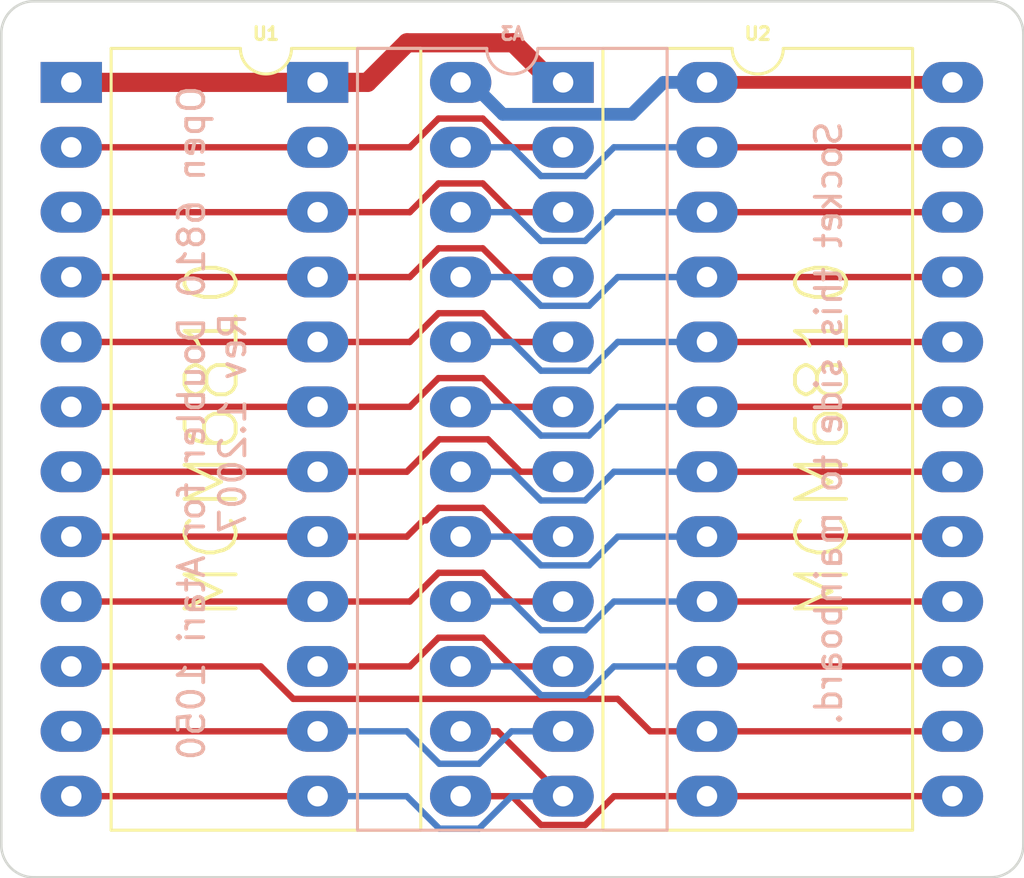
<source format=kicad_pcb>
(kicad_pcb (version 20171130) (host pcbnew "(5.1.5)-3")

  (general
    (thickness 1.6)
    (drawings 10)
    (tracks 149)
    (zones 0)
    (modules 3)
    (nets 25)
  )

  (page A4)
  (title_block
    (title "Open 6810 Doubler for Atari 1050")
    (date 2020-02-21)
    (rev "Rev 1.2007")
    (comment 1 http://blog.3b2.sk/igi/post/Atari-1050-ICD-US-doubler.aspx)
    (comment 2 "Based on work by Igor Gramblička, per blog posts here:")
    (comment 4 "SRAM 128- to 256-byte expansion for the Atari 1050 Disk Drive")
  )

  (layers
    (0 F.Cu signal)
    (31 B.Cu signal)
    (32 B.Adhes user)
    (33 F.Adhes user)
    (34 B.Paste user)
    (35 F.Paste user)
    (36 B.SilkS user)
    (37 F.SilkS user)
    (38 B.Mask user)
    (39 F.Mask user)
    (40 Dwgs.User user)
    (41 Cmts.User user)
    (42 Eco1.User user)
    (43 Eco2.User user)
    (44 Edge.Cuts user)
    (45 Margin user)
    (46 B.CrtYd user)
    (47 F.CrtYd user)
    (48 B.Fab user)
    (49 F.Fab user)
  )

  (setup
    (last_trace_width 0.25)
    (trace_clearance 0.2)
    (zone_clearance 0.508)
    (zone_45_only no)
    (trace_min 0.2)
    (via_size 0.8)
    (via_drill 0.4)
    (via_min_size 0.4)
    (via_min_drill 0.3)
    (uvia_size 0.3)
    (uvia_drill 0.1)
    (uvias_allowed no)
    (uvia_min_size 0.2)
    (uvia_min_drill 0.1)
    (edge_width 0.05)
    (segment_width 0.2)
    (pcb_text_width 0.3)
    (pcb_text_size 1.5 1.5)
    (mod_edge_width 0.12)
    (mod_text_size 1 1)
    (mod_text_width 0.15)
    (pad_size 1.524 1.524)
    (pad_drill 0.762)
    (pad_to_mask_clearance 0.051)
    (solder_mask_min_width 0.25)
    (aux_axis_origin 0 0)
    (visible_elements 7FFFFFFF)
    (pcbplotparams
      (layerselection 0x010fc_ffffffff)
      (usegerberextensions false)
      (usegerberattributes false)
      (usegerberadvancedattributes false)
      (creategerberjobfile false)
      (excludeedgelayer true)
      (linewidth 0.100000)
      (plotframeref false)
      (viasonmask false)
      (mode 1)
      (useauxorigin false)
      (hpglpennumber 1)
      (hpglpenspeed 20)
      (hpglpendiameter 15.000000)
      (psnegative false)
      (psa4output false)
      (plotreference true)
      (plotvalue true)
      (plotinvisibletext false)
      (padsonsilk false)
      (subtractmaskfromsilk false)
      (outputformat 1)
      (mirror false)
      (drillshape 1)
      (scaleselection 1)
      (outputdirectory ""))
  )

  (net 0 "")
  (net 1 /VCC)
  (net 2 /~cs2)
  (net 3 /a0)
  (net 4 /~cs1)
  (net 5 /a1)
  (net 6 /cs0)
  (net 7 /a2)
  (net 8 /d7)
  (net 9 /a3)
  (net 10 /d6)
  (net 11 /a4)
  (net 12 /d5)
  (net 13 /a5)
  (net 14 /d4)
  (net 15 /a6)
  (net 16 /d3)
  (net 17 /~we)
  (net 18 /d2)
  (net 19 /~cs5)
  (net 20 /d1)
  (net 21 /~cs4)
  (net 22 /d0)
  (net 23 /cs3)
  (net 24 /GND)

  (net_class Default "This is the default net class."
    (clearance 0.2)
    (trace_width 0.25)
    (via_dia 0.8)
    (via_drill 0.4)
    (uvia_dia 0.3)
    (uvia_drill 0.1)
    (add_net /a0)
    (add_net /a1)
    (add_net /a2)
    (add_net /a3)
    (add_net /a4)
    (add_net /a5)
    (add_net /a6)
    (add_net /cs0)
    (add_net /cs3)
    (add_net /d0)
    (add_net /d1)
    (add_net /d2)
    (add_net /d3)
    (add_net /d4)
    (add_net /d5)
    (add_net /d6)
    (add_net /d7)
    (add_net /~cs1)
    (add_net /~cs2)
    (add_net /~cs4)
    (add_net /~cs5)
    (add_net /~we)
  )

  (net_class GND ""
    (clearance 0.2)
    (trace_width 0.75)
    (via_dia 0.8)
    (via_drill 0.4)
    (uvia_dia 0.3)
    (uvia_drill 0.1)
    (add_net /GND)
  )

  (net_class VCC ""
    (clearance 0.2)
    (trace_width 0.5)
    (via_dia 0.8)
    (via_drill 0.4)
    (uvia_dia 0.3)
    (uvia_drill 0.1)
    (add_net /VCC)
  )

  (module Package_DIP:DIP-24_W15.24mm_LongPads (layer F.Cu) (tedit 5E503F59) (tstamp 5E509266)
    (at 147.0025 86.36)
    (descr "24-lead though-hole mounted DIP package, row spacing 15.24 mm (600 mils), LongPads")
    (tags "THT DIP DIL PDIP 2.54mm 15.24mm 600mil LongPads")
    (path /5E55E339)
    (fp_text reference A3 (at 7.62 -1.905) (layer B.SilkS)
      (effects (font (size 0.5 0.5) (thickness 0.125)) (justify mirror))
    )
    (fp_text value MCM6810_Driver (at 7.62 30.27) (layer B.Fab)
      (effects (font (size 1 1) (thickness 0.15)) (justify mirror))
    )
    (fp_text user %R (at 7.62 13.97) (layer B.Fab)
      (effects (font (size 1 1) (thickness 0.15)) (justify mirror))
    )
    (fp_line (start 16.7 29.5) (end -1.5 29.5) (layer B.CrtYd) (width 0.05))
    (fp_line (start 16.7 -1.55) (end 16.7 29.5) (layer B.CrtYd) (width 0.05))
    (fp_line (start -1.5 -1.55) (end 16.7 -1.55) (layer B.CrtYd) (width 0.05))
    (fp_line (start -1.5 29.5) (end -1.5 -1.55) (layer B.CrtYd) (width 0.05))
    (fp_line (start 13.68 -1.33) (end 8.62 -1.33) (layer B.SilkS) (width 0.12))
    (fp_line (start 13.68 29.27) (end 13.68 -1.33) (layer B.SilkS) (width 0.12))
    (fp_line (start 1.56 29.27) (end 13.68 29.27) (layer B.SilkS) (width 0.12))
    (fp_line (start 1.56 -1.33) (end 1.56 29.27) (layer B.SilkS) (width 0.12))
    (fp_line (start 6.62 -1.33) (end 1.56 -1.33) (layer B.SilkS) (width 0.12))
    (fp_arc (start 7.62 -1.33) (end 6.62 -1.33) (angle -180) (layer B.SilkS) (width 0.12))
    (pad 24 thru_hole oval (at 15.24 0) (size 2.4 1.6) (drill 0.8) (layers *.Cu *.Mask)
      (net 1 /VCC))
    (pad 12 thru_hole oval (at 0 27.94) (size 2.4 1.6) (drill 0.8) (layers *.Cu *.Mask)
      (net 2 /~cs2))
    (pad 23 thru_hole oval (at 15.24 2.54) (size 2.4 1.6) (drill 0.8) (layers *.Cu *.Mask)
      (net 3 /a0))
    (pad 11 thru_hole oval (at 0 25.4) (size 2.4 1.6) (drill 0.8) (layers *.Cu *.Mask)
      (net 4 /~cs1))
    (pad 22 thru_hole oval (at 15.24 5.08) (size 2.4 1.6) (drill 0.8) (layers *.Cu *.Mask)
      (net 5 /a1))
    (pad 10 thru_hole oval (at 0 22.86) (size 2.4 1.6) (drill 0.8) (layers *.Cu *.Mask)
      (net 6 /cs0))
    (pad 21 thru_hole oval (at 15.24 7.62) (size 2.4 1.6) (drill 0.8) (layers *.Cu *.Mask)
      (net 7 /a2))
    (pad 9 thru_hole oval (at 0 20.32) (size 2.4 1.6) (drill 0.8) (layers *.Cu *.Mask)
      (net 8 /d7))
    (pad 20 thru_hole oval (at 15.24 10.16) (size 2.4 1.6) (drill 0.8) (layers *.Cu *.Mask)
      (net 9 /a3))
    (pad 8 thru_hole oval (at 0 17.78) (size 2.4 1.6) (drill 0.8) (layers *.Cu *.Mask)
      (net 10 /d6))
    (pad 19 thru_hole oval (at 15.24 12.7) (size 2.4 1.6) (drill 0.8) (layers *.Cu *.Mask)
      (net 11 /a4))
    (pad 7 thru_hole oval (at 0 15.24) (size 2.4 1.6) (drill 0.8) (layers *.Cu *.Mask)
      (net 12 /d5))
    (pad 18 thru_hole oval (at 15.24 15.24) (size 2.4 1.6) (drill 0.8) (layers *.Cu *.Mask)
      (net 13 /a5))
    (pad 6 thru_hole oval (at 0 12.7) (size 2.4 1.6) (drill 0.8) (layers *.Cu *.Mask)
      (net 14 /d4))
    (pad 17 thru_hole oval (at 15.24 17.78) (size 2.4 1.6) (drill 0.8) (layers *.Cu *.Mask)
      (net 15 /a6))
    (pad 5 thru_hole oval (at 0 10.16) (size 2.4 1.6) (drill 0.8) (layers *.Cu *.Mask)
      (net 16 /d3))
    (pad 16 thru_hole oval (at 15.24 20.32) (size 2.4 1.6) (drill 0.8) (layers *.Cu *.Mask)
      (net 17 /~we))
    (pad 4 thru_hole oval (at 0 7.62) (size 2.4 1.6) (drill 0.8) (layers *.Cu *.Mask)
      (net 18 /d2))
    (pad 15 thru_hole oval (at 15.24 22.86) (size 2.4 1.6) (drill 0.8) (layers *.Cu *.Mask)
      (net 19 /~cs5))
    (pad 3 thru_hole oval (at 0 5.08) (size 2.4 1.6) (drill 0.8) (layers *.Cu *.Mask)
      (net 20 /d1))
    (pad 14 thru_hole oval (at 15.24 25.4) (size 2.4 1.6) (drill 0.8) (layers *.Cu *.Mask)
      (net 21 /~cs4))
    (pad 2 thru_hole oval (at 0 2.54) (size 2.4 1.6) (drill 0.8) (layers *.Cu *.Mask)
      (net 22 /d0))
    (pad 13 thru_hole oval (at 15.24 27.94) (size 2.4 1.6) (drill 0.8) (layers *.Cu *.Mask)
      (net 23 /cs3))
    (pad 1 thru_hole rect (at 0 0) (size 2.4 1.6) (drill 0.8) (layers *.Cu *.Mask)
      (net 24 /GND))
  )

  (module Package_DIP:DIP-24_W15.24mm_LongPads (layer F.Cu) (tedit 5E503EF5) (tstamp 5E508F5B)
    (at 156.61 86.36)
    (descr "24-lead though-hole mounted DIP package, row spacing 15.24 mm (600 mils), LongPads")
    (tags "THT DIP DIL PDIP 2.54mm 15.24mm 600mil LongPads")
    (path /5E502CCF)
    (fp_text reference U2 (at 7.62 -1.905) (layer F.SilkS)
      (effects (font (size 0.5 0.5) (thickness 0.125)))
    )
    (fp_text value MCM6810 (at 7.62 30.27) (layer F.Fab)
      (effects (font (size 1 1) (thickness 0.15)))
    )
    (fp_text user %R (at 7.62 13.97) (layer F.Fab)
      (effects (font (size 1 1) (thickness 0.15)))
    )
    (fp_line (start 16.7 -1.55) (end -1.5 -1.55) (layer F.CrtYd) (width 0.05))
    (fp_line (start 16.7 29.5) (end 16.7 -1.55) (layer F.CrtYd) (width 0.05))
    (fp_line (start -1.5 29.5) (end 16.7 29.5) (layer F.CrtYd) (width 0.05))
    (fp_line (start -1.5 -1.55) (end -1.5 29.5) (layer F.CrtYd) (width 0.05))
    (fp_line (start 13.68 -1.33) (end 8.62 -1.33) (layer F.SilkS) (width 0.12))
    (fp_line (start 13.68 29.27) (end 13.68 -1.33) (layer F.SilkS) (width 0.12))
    (fp_line (start 1.56 29.27) (end 13.68 29.27) (layer F.SilkS) (width 0.12))
    (fp_line (start 1.56 -1.33) (end 1.56 29.27) (layer F.SilkS) (width 0.12))
    (fp_line (start 6.62 -1.33) (end 1.56 -1.33) (layer F.SilkS) (width 0.12))
    (fp_line (start 0.255 -0.27) (end 1.255 -1.27) (layer F.Fab) (width 0.1))
    (fp_line (start 0.255 29.21) (end 0.255 -0.27) (layer F.Fab) (width 0.1))
    (fp_line (start 14.985 29.21) (end 0.255 29.21) (layer F.Fab) (width 0.1))
    (fp_line (start 14.985 -1.27) (end 14.985 29.21) (layer F.Fab) (width 0.1))
    (fp_line (start 1.255 -1.27) (end 14.985 -1.27) (layer F.Fab) (width 0.1))
    (fp_arc (start 7.62 -1.33) (end 6.62 -1.33) (angle -180) (layer F.SilkS) (width 0.12))
    (fp_text user MCM6810 (at 10.16 13.97 90) (layer F.SilkS)
      (effects (font (size 2 2) (thickness 0.15)))
    )
    (pad 24 thru_hole oval (at 15.24 0) (size 2.4 1.6) (drill 0.8) (layers *.Cu *.Mask)
      (net 1 /VCC))
    (pad 12 thru_hole oval (at 0 27.94) (size 2.4 1.6) (drill 0.8) (layers *.Cu *.Mask)
      (net 2 /~cs2))
    (pad 23 thru_hole oval (at 15.24 2.54) (size 2.4 1.6) (drill 0.8) (layers *.Cu *.Mask)
      (net 3 /a0))
    (pad 11 thru_hole oval (at 0 25.4) (size 2.4 1.6) (drill 0.8) (layers *.Cu *.Mask)
      (net 4 /~cs1))
    (pad 22 thru_hole oval (at 15.24 5.08) (size 2.4 1.6) (drill 0.8) (layers *.Cu *.Mask)
      (net 5 /a1))
    (pad 10 thru_hole oval (at 0 22.86) (size 2.4 1.6) (drill 0.8) (layers *.Cu *.Mask)
      (net 6 /cs0))
    (pad 21 thru_hole oval (at 15.24 7.62) (size 2.4 1.6) (drill 0.8) (layers *.Cu *.Mask)
      (net 7 /a2))
    (pad 9 thru_hole oval (at 0 20.32) (size 2.4 1.6) (drill 0.8) (layers *.Cu *.Mask)
      (net 8 /d7))
    (pad 20 thru_hole oval (at 15.24 10.16) (size 2.4 1.6) (drill 0.8) (layers *.Cu *.Mask)
      (net 9 /a3))
    (pad 8 thru_hole oval (at 0 17.78) (size 2.4 1.6) (drill 0.8) (layers *.Cu *.Mask)
      (net 10 /d6))
    (pad 19 thru_hole oval (at 15.24 12.7) (size 2.4 1.6) (drill 0.8) (layers *.Cu *.Mask)
      (net 11 /a4))
    (pad 7 thru_hole oval (at 0 15.24) (size 2.4 1.6) (drill 0.8) (layers *.Cu *.Mask)
      (net 12 /d5))
    (pad 18 thru_hole oval (at 15.24 15.24) (size 2.4 1.6) (drill 0.8) (layers *.Cu *.Mask)
      (net 13 /a5))
    (pad 6 thru_hole oval (at 0 12.7) (size 2.4 1.6) (drill 0.8) (layers *.Cu *.Mask)
      (net 14 /d4))
    (pad 17 thru_hole oval (at 15.24 17.78) (size 2.4 1.6) (drill 0.8) (layers *.Cu *.Mask)
      (net 15 /a6))
    (pad 5 thru_hole oval (at 0 10.16) (size 2.4 1.6) (drill 0.8) (layers *.Cu *.Mask)
      (net 16 /d3))
    (pad 16 thru_hole oval (at 15.24 20.32) (size 2.4 1.6) (drill 0.8) (layers *.Cu *.Mask)
      (net 17 /~we))
    (pad 4 thru_hole oval (at 0 7.62) (size 2.4 1.6) (drill 0.8) (layers *.Cu *.Mask)
      (net 18 /d2))
    (pad 15 thru_hole oval (at 15.24 22.86) (size 2.4 1.6) (drill 0.8) (layers *.Cu *.Mask)
      (net 19 /~cs5))
    (pad 3 thru_hole oval (at 0 5.08) (size 2.4 1.6) (drill 0.8) (layers *.Cu *.Mask)
      (net 20 /d1))
    (pad 14 thru_hole oval (at 15.24 25.4) (size 2.4 1.6) (drill 0.8) (layers *.Cu *.Mask)
      (net 21 /~cs4))
    (pad 2 thru_hole oval (at 0 2.54) (size 2.4 1.6) (drill 0.8) (layers *.Cu *.Mask)
      (net 22 /d0))
    (pad 13 thru_hole oval (at 15.24 27.94) (size 2.4 1.6) (drill 0.8) (layers *.Cu *.Mask)
      (net 23 /cs3))
    (pad 1 thru_hole rect (at 0 0) (size 2.4 1.6) (drill 0.8) (layers *.Cu *.Mask)
      (net 24 /GND))
    (model ${KISYS3DMOD}/Package_DIP.3dshapes/DIP-24_W15.24mm.wrl
      (at (xyz 0 0 0))
      (scale (xyz 1 1 1))
      (rotate (xyz 0 0 0))
    )
  )

  (module Package_DIP:DIP-24_W15.24mm_LongPads (layer F.Cu) (tedit 5E503EA9) (tstamp 5E508F2F)
    (at 137.36 86.36)
    (descr "24-lead though-hole mounted DIP package, row spacing 15.24 mm (600 mils), LongPads")
    (tags "THT DIP DIL PDIP 2.54mm 15.24mm 600mil LongPads")
    (path /5E5022A9)
    (fp_text reference U1 (at 7.62 -1.905) (layer F.SilkS)
      (effects (font (size 0.5 0.5) (thickness 0.125)))
    )
    (fp_text value MCM6810 (at 7.62 30.27) (layer F.Fab)
      (effects (font (size 1 1) (thickness 0.15)))
    )
    (fp_text user %R (at 7.62 13.97) (layer F.Fab)
      (effects (font (size 1 1) (thickness 0.15)))
    )
    (fp_line (start 16.7 -1.55) (end -1.5 -1.55) (layer F.CrtYd) (width 0.05))
    (fp_line (start 16.7 29.5) (end 16.7 -1.55) (layer F.CrtYd) (width 0.05))
    (fp_line (start -1.5 29.5) (end 16.7 29.5) (layer F.CrtYd) (width 0.05))
    (fp_line (start -1.5 -1.55) (end -1.5 29.5) (layer F.CrtYd) (width 0.05))
    (fp_line (start 13.68 -1.33) (end 8.62 -1.33) (layer F.SilkS) (width 0.12))
    (fp_line (start 13.68 29.27) (end 13.68 -1.33) (layer F.SilkS) (width 0.12))
    (fp_line (start 1.56 29.27) (end 13.68 29.27) (layer F.SilkS) (width 0.12))
    (fp_line (start 1.56 -1.33) (end 1.56 29.27) (layer F.SilkS) (width 0.12))
    (fp_line (start 6.62 -1.33) (end 1.56 -1.33) (layer F.SilkS) (width 0.12))
    (fp_line (start 0.255 -0.27) (end 1.255 -1.27) (layer F.Fab) (width 0.1))
    (fp_line (start 0.255 29.21) (end 0.255 -0.27) (layer F.Fab) (width 0.1))
    (fp_line (start 14.985 29.21) (end 0.255 29.21) (layer F.Fab) (width 0.1))
    (fp_line (start 14.985 -1.27) (end 14.985 29.21) (layer F.Fab) (width 0.1))
    (fp_line (start 1.255 -1.27) (end 14.985 -1.27) (layer F.Fab) (width 0.1))
    (fp_arc (start 7.62 -1.33) (end 6.62 -1.33) (angle -180) (layer F.SilkS) (width 0.12))
    (fp_text user MCM6810 (at 5.515 13.97 90) (layer F.SilkS)
      (effects (font (size 2 2) (thickness 0.15)))
    )
    (pad 24 thru_hole oval (at 15.24 0) (size 2.4 1.6) (drill 0.8) (layers *.Cu *.Mask)
      (net 1 /VCC))
    (pad 12 thru_hole oval (at 0 27.94) (size 2.4 1.6) (drill 0.8) (layers *.Cu *.Mask)
      (net 2 /~cs2))
    (pad 23 thru_hole oval (at 15.24 2.54) (size 2.4 1.6) (drill 0.8) (layers *.Cu *.Mask)
      (net 3 /a0))
    (pad 11 thru_hole oval (at 0 25.4) (size 2.4 1.6) (drill 0.8) (layers *.Cu *.Mask)
      (net 4 /~cs1))
    (pad 22 thru_hole oval (at 15.24 5.08) (size 2.4 1.6) (drill 0.8) (layers *.Cu *.Mask)
      (net 5 /a1))
    (pad 10 thru_hole oval (at 0 22.86) (size 2.4 1.6) (drill 0.8) (layers *.Cu *.Mask)
      (net 21 /~cs4))
    (pad 21 thru_hole oval (at 15.24 7.62) (size 2.4 1.6) (drill 0.8) (layers *.Cu *.Mask)
      (net 7 /a2))
    (pad 9 thru_hole oval (at 0 20.32) (size 2.4 1.6) (drill 0.8) (layers *.Cu *.Mask)
      (net 8 /d7))
    (pad 20 thru_hole oval (at 15.24 10.16) (size 2.4 1.6) (drill 0.8) (layers *.Cu *.Mask)
      (net 9 /a3))
    (pad 8 thru_hole oval (at 0 17.78) (size 2.4 1.6) (drill 0.8) (layers *.Cu *.Mask)
      (net 10 /d6))
    (pad 19 thru_hole oval (at 15.24 12.7) (size 2.4 1.6) (drill 0.8) (layers *.Cu *.Mask)
      (net 11 /a4))
    (pad 7 thru_hole oval (at 0 15.24) (size 2.4 1.6) (drill 0.8) (layers *.Cu *.Mask)
      (net 12 /d5))
    (pad 18 thru_hole oval (at 15.24 15.24) (size 2.4 1.6) (drill 0.8) (layers *.Cu *.Mask)
      (net 13 /a5))
    (pad 6 thru_hole oval (at 0 12.7) (size 2.4 1.6) (drill 0.8) (layers *.Cu *.Mask)
      (net 14 /d4))
    (pad 17 thru_hole oval (at 15.24 17.78) (size 2.4 1.6) (drill 0.8) (layers *.Cu *.Mask)
      (net 15 /a6))
    (pad 5 thru_hole oval (at 0 10.16) (size 2.4 1.6) (drill 0.8) (layers *.Cu *.Mask)
      (net 16 /d3))
    (pad 16 thru_hole oval (at 15.24 20.32) (size 2.4 1.6) (drill 0.8) (layers *.Cu *.Mask)
      (net 17 /~we))
    (pad 4 thru_hole oval (at 0 7.62) (size 2.4 1.6) (drill 0.8) (layers *.Cu *.Mask)
      (net 18 /d2))
    (pad 15 thru_hole oval (at 15.24 22.86) (size 2.4 1.6) (drill 0.8) (layers *.Cu *.Mask)
      (net 19 /~cs5))
    (pad 3 thru_hole oval (at 0 5.08) (size 2.4 1.6) (drill 0.8) (layers *.Cu *.Mask)
      (net 20 /d1))
    (pad 14 thru_hole oval (at 15.24 25.4) (size 2.4 1.6) (drill 0.8) (layers *.Cu *.Mask)
      (net 2 /~cs2))
    (pad 2 thru_hole oval (at 0 2.54) (size 2.4 1.6) (drill 0.8) (layers *.Cu *.Mask)
      (net 22 /d0))
    (pad 13 thru_hole oval (at 15.24 27.94) (size 2.4 1.6) (drill 0.8) (layers *.Cu *.Mask)
      (net 23 /cs3))
    (pad 1 thru_hole rect (at 0 0) (size 2.4 1.6) (drill 0.8) (layers *.Cu *.Mask)
      (net 24 /GND))
    (model ${KISYS3DMOD}/Package_DIP.3dshapes/DIP-24_W15.24mm.wrl
      (at (xyz 0 0 0))
      (scale (xyz 1 1 1))
      (rotate (xyz 0 0 0))
    )
  )

  (gr_arc (start 135.89 116.205) (end 134.62 116.205) (angle -90) (layer Edge.Cuts) (width 0.1))
  (gr_arc (start 173.355 116.205) (end 173.355 117.475) (angle -90) (layer Edge.Cuts) (width 0.1))
  (gr_arc (start 173.355 84.455) (end 174.625 84.455) (angle -90) (layer Edge.Cuts) (width 0.1))
  (gr_arc (start 135.89 84.455) (end 135.89 83.185) (angle -90) (layer Edge.Cuts) (width 0.1))
  (gr_text "Socket this side to mainboard." (at 167.005 99.695 90) (layer B.SilkS) (tstamp 5E50C2CE)
    (effects (font (size 1 1) (thickness 0.15)) (justify mirror))
  )
  (gr_text "Open 6810 Doubler for Atari 1050\nRev 1.2007" (at 142.875 99.695 90) (layer B.SilkS)
    (effects (font (size 1 1) (thickness 0.15)) (justify mirror))
  )
  (gr_line (start 174.625 84.455) (end 174.625 116.205) (layer Edge.Cuts) (width 0.1))
  (gr_line (start 135.89 83.185) (end 173.355 83.185) (layer Edge.Cuts) (width 0.1))
  (gr_line (start 134.62 116.205) (end 134.62 84.455) (layer Edge.Cuts) (width 0.1))
  (gr_line (start 173.355 117.475) (end 135.89 117.475) (layer Edge.Cuts) (width 0.1))

  (segment (start 159.292499 87.610001) (end 160.5425 86.36) (width 0.5) (layer B.Cu) (net 1))
  (segment (start 154.250001 87.610001) (end 159.292499 87.610001) (width 0.5) (layer B.Cu) (net 1))
  (segment (start 160.5425 86.36) (end 162.2425 86.36) (width 0.5) (layer B.Cu) (net 1))
  (segment (start 153 86.36) (end 154.250001 87.610001) (width 0.5) (layer B.Cu) (net 1))
  (segment (start 152.6 86.36) (end 153 86.36) (width 0.5) (layer B.Cu) (net 1))
  (segment (start 162.2425 86.36) (end 171.85 86.36) (width 0.5) (layer F.Cu) (net 1))
  (segment (start 147.0025 114.3) (end 137.36 114.3) (width 0.25) (layer F.Cu) (net 2) (status 30))
  (segment (start 156.61 114.3) (end 156.21 114.3) (width 0.25) (layer F.Cu) (net 2) (status 30))
  (segment (start 156.21 114.3) (end 156.21 113.92) (width 0.25) (layer F.Cu) (net 2) (status 30))
  (segment (start 150.495 114.3) (end 151.765 115.57) (width 0.25) (layer B.Cu) (net 2))
  (segment (start 151.765 115.57) (end 153.321004 115.57) (width 0.25) (layer B.Cu) (net 2))
  (segment (start 153.321004 115.57) (end 154.591004 114.3) (width 0.25) (layer B.Cu) (net 2))
  (segment (start 154.591004 114.3) (end 156.61 114.3) (width 0.25) (layer B.Cu) (net 2) (status 20))
  (segment (start 147.0025 114.3) (end 150.495 114.3) (width 0.25) (layer B.Cu) (net 2) (status 10))
  (segment (start 154.05 111.76) (end 152.6 111.76) (width 0.25) (layer F.Cu) (net 2) (status 20))
  (segment (start 156.21 113.92) (end 154.05 111.76) (width 0.25) (layer F.Cu) (net 2) (status 10))
  (segment (start 171.85 88.9) (end 162.2425 88.9) (width 0.25) (layer F.Cu) (net 3) (status 30))
  (segment (start 157.475994 90.02501) (end 158.601004 88.9) (width 0.25) (layer B.Cu) (net 3))
  (segment (start 155.744006 90.02501) (end 157.475994 90.02501) (width 0.25) (layer B.Cu) (net 3))
  (segment (start 152.6 88.9) (end 154.618996 88.9) (width 0.25) (layer B.Cu) (net 3) (status 10))
  (segment (start 158.601004 88.9) (end 162.2425 88.9) (width 0.25) (layer B.Cu) (net 3) (status 20))
  (segment (start 154.618996 88.9) (end 155.744006 90.02501) (width 0.25) (layer B.Cu) (net 3))
  (segment (start 137.36 111.76) (end 147.0025 111.76) (width 0.25) (layer F.Cu) (net 4) (status 30))
  (segment (start 154.591004 111.76) (end 156.61 111.76) (width 0.25) (layer B.Cu) (net 4) (status 20))
  (segment (start 153.321004 113.03) (end 154.591004 111.76) (width 0.25) (layer B.Cu) (net 4))
  (segment (start 150.495 111.76) (end 151.765 113.03) (width 0.25) (layer B.Cu) (net 4))
  (segment (start 151.765 113.03) (end 153.321004 113.03) (width 0.25) (layer B.Cu) (net 4))
  (segment (start 147.0025 111.76) (end 150.495 111.76) (width 0.25) (layer B.Cu) (net 4) (status 10))
  (segment (start 171.85 91.44) (end 162.2425 91.44) (width 0.25) (layer F.Cu) (net 5) (status 30))
  (segment (start 158.601004 91.44) (end 162.2425 91.44) (width 0.25) (layer B.Cu) (net 5) (status 20))
  (segment (start 157.475994 92.56501) (end 158.601004 91.44) (width 0.25) (layer B.Cu) (net 5))
  (segment (start 152.6 91.44) (end 154.618996 91.44) (width 0.25) (layer B.Cu) (net 5) (status 10))
  (segment (start 155.744006 92.56501) (end 157.475994 92.56501) (width 0.25) (layer B.Cu) (net 5))
  (segment (start 154.618996 91.44) (end 155.744006 92.56501) (width 0.25) (layer B.Cu) (net 5))
  (segment (start 151.734006 108.09499) (end 153.465994 108.09499) (width 0.25) (layer F.Cu) (net 6))
  (segment (start 154.591004 109.22) (end 156.61 109.22) (width 0.25) (layer F.Cu) (net 6) (status 20))
  (segment (start 153.465994 108.09499) (end 154.591004 109.22) (width 0.25) (layer F.Cu) (net 6))
  (segment (start 147.0025 109.22) (end 150.608996 109.22) (width 0.25) (layer F.Cu) (net 6) (status 10))
  (segment (start 150.608996 109.22) (end 151.734006 108.09499) (width 0.25) (layer F.Cu) (net 6))
  (segment (start 171.85 93.98) (end 162.2425 93.98) (width 0.25) (layer F.Cu) (net 7) (status 30))
  (segment (start 152.6 93.98) (end 154.618996 93.98) (width 0.25) (layer B.Cu) (net 7) (status 10))
  (segment (start 155.744006 95.10501) (end 157.62499 95.10501) (width 0.25) (layer B.Cu) (net 7))
  (segment (start 154.618996 93.98) (end 155.744006 95.10501) (width 0.25) (layer B.Cu) (net 7))
  (segment (start 158.75 93.98) (end 162.2425 93.98) (width 0.25) (layer B.Cu) (net 7) (status 20))
  (segment (start 157.62499 95.10501) (end 158.75 93.98) (width 0.25) (layer B.Cu) (net 7))
  (segment (start 137.36 106.68) (end 147.0025 106.68) (width 0.25) (layer F.Cu) (net 8) (status 30))
  (segment (start 154.591004 106.68) (end 156.61 106.68) (width 0.25) (layer F.Cu) (net 8) (status 20))
  (segment (start 153.465994 105.55499) (end 154.591004 106.68) (width 0.25) (layer F.Cu) (net 8))
  (segment (start 151.734006 105.55499) (end 153.465994 105.55499) (width 0.25) (layer F.Cu) (net 8))
  (segment (start 147.0025 106.68) (end 150.608996 106.68) (width 0.25) (layer F.Cu) (net 8) (status 10))
  (segment (start 150.608996 106.68) (end 151.734006 105.55499) (width 0.25) (layer F.Cu) (net 8))
  (segment (start 171.85 96.52) (end 162.2425 96.52) (width 0.25) (layer F.Cu) (net 9) (status 30))
  (segment (start 152.6 96.52) (end 154.618996 96.52) (width 0.25) (layer B.Cu) (net 9) (status 10))
  (segment (start 155.744006 97.64501) (end 157.62499 97.64501) (width 0.25) (layer B.Cu) (net 9))
  (segment (start 154.618996 96.52) (end 155.744006 97.64501) (width 0.25) (layer B.Cu) (net 9))
  (segment (start 158.75 96.52) (end 162.2425 96.52) (width 0.25) (layer B.Cu) (net 9) (status 20))
  (segment (start 157.62499 97.64501) (end 158.75 96.52) (width 0.25) (layer B.Cu) (net 9))
  (segment (start 147.0025 104.14) (end 137.36 104.14) (width 0.25) (layer F.Cu) (net 10) (status 30))
  (segment (start 147.0025 104.14) (end 150.495 104.14) (width 0.25) (layer F.Cu) (net 10) (status 10))
  (segment (start 150.495 104.14) (end 151.13 103.505) (width 0.25) (layer F.Cu) (net 10))
  (segment (start 151.734006 103.01499) (end 153.465994 103.01499) (width 0.25) (layer F.Cu) (net 10))
  (segment (start 151.13 103.505) (end 151.243996 103.505) (width 0.25) (layer F.Cu) (net 10))
  (segment (start 151.243996 103.505) (end 151.734006 103.01499) (width 0.25) (layer F.Cu) (net 10))
  (segment (start 153.465994 103.01499) (end 154.591004 104.14) (width 0.25) (layer F.Cu) (net 10))
  (segment (start 154.591004 104.14) (end 156.61 104.14) (width 0.25) (layer F.Cu) (net 10) (status 20))
  (segment (start 162.2425 99.06) (end 171.85 99.06) (width 0.25) (layer F.Cu) (net 11) (status 30))
  (segment (start 152.6 99.06) (end 154.618996 99.06) (width 0.25) (layer B.Cu) (net 11) (status 10))
  (segment (start 155.744006 100.18501) (end 157.62499 100.18501) (width 0.25) (layer B.Cu) (net 11))
  (segment (start 154.618996 99.06) (end 155.744006 100.18501) (width 0.25) (layer B.Cu) (net 11))
  (segment (start 158.75 99.06) (end 162.2425 99.06) (width 0.25) (layer B.Cu) (net 11) (status 20))
  (segment (start 157.62499 100.18501) (end 158.75 99.06) (width 0.25) (layer B.Cu) (net 11))
  (segment (start 137.36 101.6) (end 147.0025 101.6) (width 0.25) (layer F.Cu) (net 12) (status 30))
  (segment (start 147.0025 101.6) (end 150.495 101.6) (width 0.25) (layer F.Cu) (net 12) (status 10))
  (segment (start 150.495 101.6) (end 151.765 100.33) (width 0.25) (layer F.Cu) (net 12))
  (segment (start 151.765 100.33) (end 153.67 100.33) (width 0.25) (layer F.Cu) (net 12))
  (segment (start 154.94 101.6) (end 156.61 101.6) (width 0.25) (layer F.Cu) (net 12) (status 20))
  (segment (start 153.67 100.33) (end 154.94 101.6) (width 0.25) (layer F.Cu) (net 12))
  (segment (start 171.85 101.6) (end 162.2425 101.6) (width 0.25) (layer F.Cu) (net 13) (status 30))
  (segment (start 157.475994 102.72501) (end 158.601004 101.6) (width 0.25) (layer B.Cu) (net 13))
  (segment (start 155.744006 102.72501) (end 157.475994 102.72501) (width 0.25) (layer B.Cu) (net 13))
  (segment (start 158.601004 101.6) (end 162.2425 101.6) (width 0.25) (layer B.Cu) (net 13) (status 20))
  (segment (start 152.6 101.6) (end 154.618996 101.6) (width 0.25) (layer B.Cu) (net 13) (status 10))
  (segment (start 154.618996 101.6) (end 155.744006 102.72501) (width 0.25) (layer B.Cu) (net 13))
  (segment (start 147.0025 99.06) (end 137.36 99.06) (width 0.25) (layer F.Cu) (net 14) (status 30))
  (segment (start 153.465994 97.93499) (end 154.591004 99.06) (width 0.25) (layer F.Cu) (net 14))
  (segment (start 151.734006 97.93499) (end 153.465994 97.93499) (width 0.25) (layer F.Cu) (net 14))
  (segment (start 154.591004 99.06) (end 156.61 99.06) (width 0.25) (layer F.Cu) (net 14) (status 20))
  (segment (start 147.0025 99.06) (end 150.608996 99.06) (width 0.25) (layer F.Cu) (net 14) (status 10))
  (segment (start 150.608996 99.06) (end 151.734006 97.93499) (width 0.25) (layer F.Cu) (net 14))
  (segment (start 162.2425 104.14) (end 171.85 104.14) (width 0.25) (layer F.Cu) (net 15) (status 30))
  (segment (start 152.6 104.14) (end 154.618996 104.14) (width 0.25) (layer B.Cu) (net 15) (status 10))
  (segment (start 155.744006 105.26501) (end 157.62499 105.26501) (width 0.25) (layer B.Cu) (net 15))
  (segment (start 154.618996 104.14) (end 155.744006 105.26501) (width 0.25) (layer B.Cu) (net 15))
  (segment (start 158.75 104.14) (end 162.2425 104.14) (width 0.25) (layer B.Cu) (net 15) (status 20))
  (segment (start 157.62499 105.26501) (end 158.75 104.14) (width 0.25) (layer B.Cu) (net 15))
  (segment (start 137.36 96.52) (end 147.0025 96.52) (width 0.25) (layer F.Cu) (net 16) (status 30))
  (segment (start 154.591004 96.52) (end 156.61 96.52) (width 0.25) (layer F.Cu) (net 16) (status 20))
  (segment (start 153.465994 95.39499) (end 154.591004 96.52) (width 0.25) (layer F.Cu) (net 16))
  (segment (start 151.734006 95.39499) (end 153.465994 95.39499) (width 0.25) (layer F.Cu) (net 16))
  (segment (start 147.0025 96.52) (end 150.608996 96.52) (width 0.25) (layer F.Cu) (net 16) (status 10))
  (segment (start 150.608996 96.52) (end 151.734006 95.39499) (width 0.25) (layer F.Cu) (net 16))
  (segment (start 171.85 106.68) (end 162.2425 106.68) (width 0.25) (layer F.Cu) (net 17) (status 30))
  (segment (start 158.601004 106.68) (end 162.2425 106.68) (width 0.25) (layer B.Cu) (net 17) (status 20))
  (segment (start 157.475994 107.80501) (end 158.601004 106.68) (width 0.25) (layer B.Cu) (net 17))
  (segment (start 152.6 106.68) (end 154.618996 106.68) (width 0.25) (layer B.Cu) (net 17) (status 10))
  (segment (start 155.744006 107.80501) (end 157.475994 107.80501) (width 0.25) (layer B.Cu) (net 17))
  (segment (start 154.618996 106.68) (end 155.744006 107.80501) (width 0.25) (layer B.Cu) (net 17))
  (segment (start 147.0025 93.98) (end 137.36 93.98) (width 0.25) (layer F.Cu) (net 18) (status 30))
  (segment (start 153.465994 92.85499) (end 154.591004 93.98) (width 0.25) (layer F.Cu) (net 18))
  (segment (start 154.591004 93.98) (end 156.61 93.98) (width 0.25) (layer F.Cu) (net 18) (status 20))
  (segment (start 147.0025 93.98) (end 150.608996 93.98) (width 0.25) (layer F.Cu) (net 18) (status 10))
  (segment (start 151.734006 92.85499) (end 153.465994 92.85499) (width 0.25) (layer F.Cu) (net 18))
  (segment (start 150.608996 93.98) (end 151.734006 92.85499) (width 0.25) (layer F.Cu) (net 18))
  (segment (start 162.2425 109.22) (end 171.85 109.22) (width 0.25) (layer F.Cu) (net 19) (status 30))
  (segment (start 158.601004 109.22) (end 162.2425 109.22) (width 0.25) (layer B.Cu) (net 19) (status 20))
  (segment (start 157.475994 110.34501) (end 158.601004 109.22) (width 0.25) (layer B.Cu) (net 19))
  (segment (start 152.6 109.22) (end 154.618996 109.22) (width 0.25) (layer B.Cu) (net 19) (status 10))
  (segment (start 155.744006 110.34501) (end 157.475994 110.34501) (width 0.25) (layer B.Cu) (net 19))
  (segment (start 154.618996 109.22) (end 155.744006 110.34501) (width 0.25) (layer B.Cu) (net 19))
  (segment (start 137.36 91.44) (end 147.0025 91.44) (width 0.25) (layer F.Cu) (net 20) (status 30))
  (segment (start 154.591004 91.44) (end 156.61 91.44) (width 0.25) (layer F.Cu) (net 20) (status 20))
  (segment (start 151.734006 90.31499) (end 153.465994 90.31499) (width 0.25) (layer F.Cu) (net 20))
  (segment (start 147.0025 91.44) (end 150.608996 91.44) (width 0.25) (layer F.Cu) (net 20) (status 10))
  (segment (start 153.465994 90.31499) (end 154.591004 91.44) (width 0.25) (layer F.Cu) (net 20))
  (segment (start 150.608996 91.44) (end 151.734006 90.31499) (width 0.25) (layer F.Cu) (net 20))
  (segment (start 171.85 111.76) (end 162.2425 111.76) (width 0.25) (layer F.Cu) (net 21) (status 30))
  (segment (start 160.02 111.76) (end 162.2425 111.76) (width 0.25) (layer F.Cu) (net 21) (status 20))
  (segment (start 158.75 110.49) (end 160.02 111.76) (width 0.25) (layer F.Cu) (net 21))
  (segment (start 146.05 110.49) (end 158.75 110.49) (width 0.25) (layer F.Cu) (net 21))
  (segment (start 137.36 109.22) (end 144.78 109.22) (width 0.25) (layer F.Cu) (net 21) (status 10))
  (segment (start 144.78 109.22) (end 146.05 110.49) (width 0.25) (layer F.Cu) (net 21))
  (segment (start 147.0025 88.9) (end 137.36 88.9) (width 0.25) (layer F.Cu) (net 22) (status 30))
  (segment (start 154.591004 88.9) (end 156.61 88.9) (width 0.25) (layer F.Cu) (net 22) (status 20))
  (segment (start 151.734006 87.77499) (end 153.465994 87.77499) (width 0.25) (layer F.Cu) (net 22))
  (segment (start 153.465994 87.77499) (end 154.591004 88.9) (width 0.25) (layer F.Cu) (net 22))
  (segment (start 147.0025 88.9) (end 150.608996 88.9) (width 0.25) (layer F.Cu) (net 22) (status 10))
  (segment (start 150.608996 88.9) (end 151.734006 87.77499) (width 0.25) (layer F.Cu) (net 22))
  (segment (start 162.2425 114.3) (end 171.85 114.3) (width 0.25) (layer F.Cu) (net 23) (status 30))
  (segment (start 158.601004 114.3) (end 162.2425 114.3) (width 0.25) (layer F.Cu) (net 23) (status 20))
  (segment (start 157.475994 115.42501) (end 158.601004 114.3) (width 0.25) (layer F.Cu) (net 23))
  (segment (start 155.744006 115.42501) (end 157.475994 115.42501) (width 0.25) (layer F.Cu) (net 23))
  (segment (start 154.618996 114.3) (end 155.744006 115.42501) (width 0.25) (layer F.Cu) (net 23))
  (segment (start 152.6 114.3) (end 154.618996 114.3) (width 0.25) (layer F.Cu) (net 23) (status 10))
  (segment (start 137.36 86.36) (end 147.0025 86.36) (width 0.75) (layer F.Cu) (net 24))
  (segment (start 154.66 84.81) (end 156.21 86.36) (width 0.75) (layer F.Cu) (net 24))
  (segment (start 150.5025 84.81) (end 154.66 84.81) (width 0.75) (layer F.Cu) (net 24))
  (segment (start 156.21 86.36) (end 156.61 86.36) (width 0.75) (layer F.Cu) (net 24))
  (segment (start 148.9525 86.36) (end 150.5025 84.81) (width 0.75) (layer F.Cu) (net 24))
  (segment (start 147.0025 86.36) (end 148.9525 86.36) (width 0.75) (layer F.Cu) (net 24))

)

</source>
